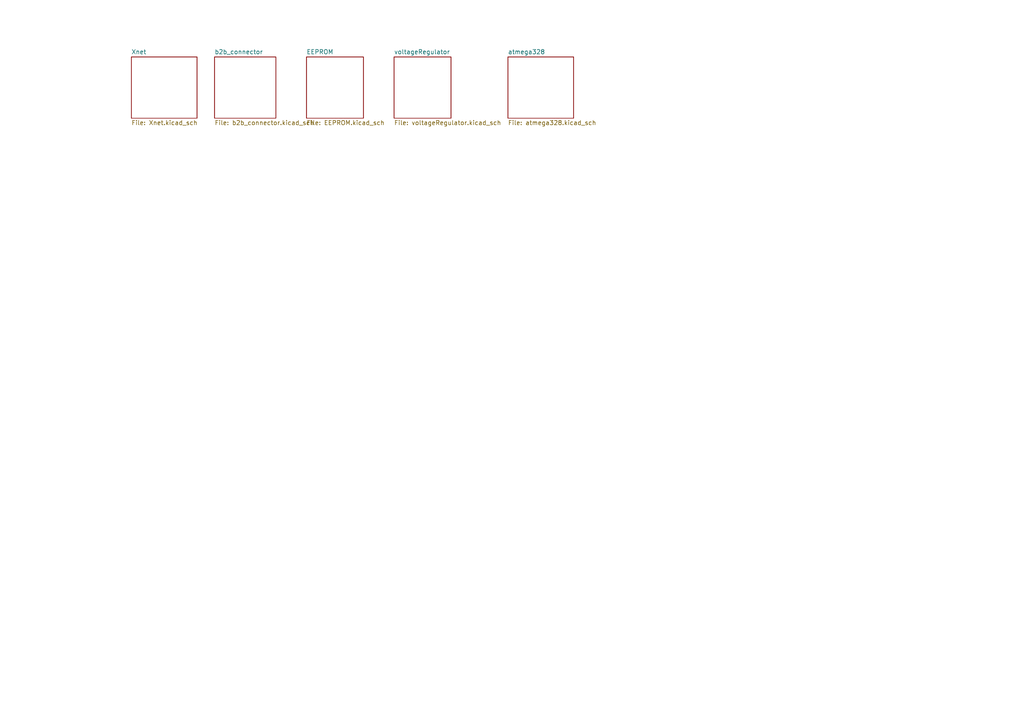
<source format=kicad_sch>
(kicad_sch (version 20211123) (generator eeschema)
  (paper "A4")
  (lib_symbols)
  (sheet (at 38.1 16.51) (size 19.05 17.78) (stroke (width 0.1524))
    (property "Sheet name" "Xnet" (at 38.1 15.7984 0) (effects (justify left bottom)))
    (property "Sheet file" "Xnet.kicad_sch" (at 38.1 34.8746 0) (effects (justify left top)))
  )
  (sheet (at 88.9 16.51) (size 16.51 17.78) (stroke (width 0.1524))
    (property "Sheet name" "EEPROM" (at 88.9 15.7984 0) (effects (justify left bottom)))
    (property "Sheet file" "EEPROM.kicad_sch" (at 88.9 34.8746 0) (effects (justify left top)))
  )
  (sheet (at 62.23 16.51) (size 17.78 17.78) (stroke (width 0.1524))
    (property "Sheet name" "b2b_connector" (at 62.23 15.7984 0) (effects (justify left bottom)))
    (property "Sheet file" "b2b_connector.kicad_sch" (at 62.23 34.8746 0) (effects (justify left top)))
  )
  (sheet (at 114.3 16.51) (size 16.51 17.78) (stroke (width 0.1524))
    (property "Sheet name" "voltageRegulator" (at 114.3 15.7984 0) (effects (justify left bottom)))
    (property "Sheet file" "voltageRegulator.kicad_sch" (at 114.3 34.8746 0) (effects (justify left top)))
  )
  (sheet (at 147.32 16.51) (size 19.05 17.78) (stroke (width 0.1524))
    (property "Sheet name" "atmega328" (at 147.32 15.7984 0) (effects (justify left bottom)))
    (property "Sheet file" "atmega328.kicad_sch" (at 147.32 34.8746 0) (effects (justify left top)))
  )
)
</source>
